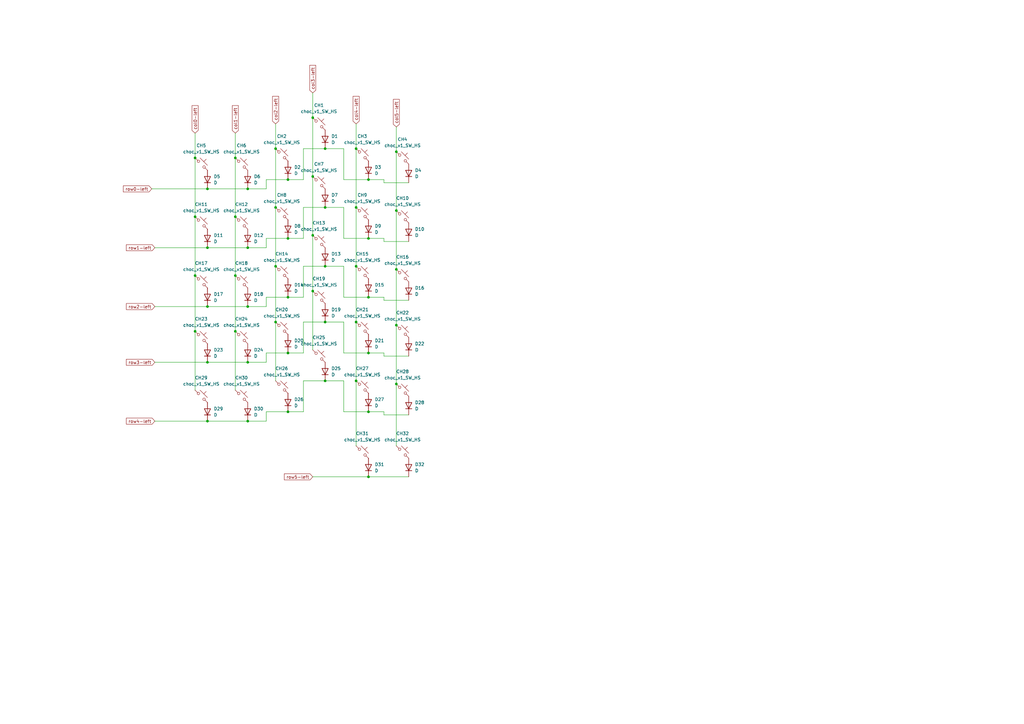
<source format=kicad_sch>
(kicad_sch (version 20231120) (generator "eeschema") (generator_version "8.0")
  (paper "A3")
  (lib_symbols
    (symbol "Device:D" (pin_numbers hide) (pin_names (offset 1.016) hide)
      (property "Reference" "D" (at 0 2.54 0))
      (property "Value" "D" (at 0 -2.54 0))
      (symbol "D_0_1"
        (polyline (pts (xy -1.27 1.27) (xy -1.27 -1.27)) (stroke (width 0.254)))
        (polyline (pts (xy 1.27 0) (xy -1.27 0)))
        (polyline (pts (xy 1.27 1.27) (xy 1.27 -1.27) (xy -1.27 0) (xy 1.27 1.27)) (stroke (width 0.254)))
      )
      (symbol "D_1_1"
        (pin passive line (at -3.81 0 0) (length 2.54) (name "K") (number "1"))
        (pin passive line (at 3.81 0 180) (length 2.54) (name "A") (number "2"))
      )
    )
    (symbol "PCM_marbastlib-choc:choc_v1_SW_HS_CPG135001S30" (pin_numbers hide) (pin_names (offset 1.016) hide)
      (property "Reference" "CH" (at 3.048 1.016 0))
      (property "Value" "choc_v1_SW_HS" (at 0 -3.81 0))
      (symbol "choc_v1_SW_HS_CPG135001S30_0_1"
        (circle (center -1.1684 1.1684) (radius 0.508))
        (polyline (pts (xy -0.508 2.54) (xy 2.54 -0.508)))
        (polyline (pts (xy 1.016 1.016) (xy 2.032 2.032)))
        (polyline (pts (xy -2.54 2.54) (xy -1.524 1.524) (xy -1.524 1.524)))
        (polyline (pts (xy 1.524 -1.524) (xy 2.54 -2.54) (xy 2.54 -2.54) (xy 2.54 -2.54)))
        (circle (center 1.143 -1.1938) (radius 0.508))
        (pin passive line (at -2.54 2.54 0) (length 0) (name "1") (number "1"))
        (pin passive line (at 2.54 -2.54 180) (length 0) (name "2") (number "2"))
      )
    )
  )
  (junction (at 85.09 172.72))
  (junction (at 85.09 148.59))
  (junction (at 118.11 121.92))
  (junction (at 96.52 113.03))
  (junction (at 146.05 132.08))
  (junction (at 133.35 109.22))
  (junction (at 118.11 168.91))
  (junction (at 101.6 125.73))
  (junction (at 128.27 96.52))
  (junction (at 151.13 73.66))
  (junction (at 118.11 144.78))
  (junction (at 85.09 101.6))
  (junction (at 96.52 64.77))
  (junction (at 96.52 88.9))
  (junction (at 85.09 77.47))
  (junction (at 101.6 148.59))
  (junction (at 101.6 77.47))
  (junction (at 85.09 125.73))
  (junction (at 113.03 109.22))
  (junction (at 162.56 157.48))
  (junction (at 133.35 132.08))
  (junction (at 128.27 119.38))
  (junction (at 80.01 113.03))
  (junction (at 101.6 172.72))
  (junction (at 133.35 156.21))
  (junction (at 146.05 109.22))
  (junction (at 162.56 133.35))
  (junction (at 162.56 86.36))
  (junction (at 151.13 195.58))
  (junction (at 151.13 121.92))
  (junction (at 133.35 60.96))
  (junction (at 128.27 48.26))
  (junction (at 80.01 64.77))
  (junction (at 146.05 60.96))
  (junction (at 80.01 135.89))
  (junction (at 113.03 132.08))
  (junction (at 96.52 135.89))
  (junction (at 151.13 168.91))
  (junction (at 162.56 110.49))
  (junction (at 118.11 97.79))
  (junction (at 146.05 156.21))
  (junction (at 101.6 101.6))
  (junction (at 80.01 88.9))
  (junction (at 146.05 85.09))
  (junction (at 151.13 97.79))
  (junction (at 118.11 73.66))
  (junction (at 162.56 62.23))
  (junction (at 113.03 60.96))
  (junction (at 113.03 85.09))
  (junction (at 151.13 144.78))
  (junction (at 128.27 72.39))
  (junction (at 133.35 85.09))
  (wire (pts (xy 162.56 110.49) (xy 162.56 133.35)))
  (wire (pts (xy 109.22 148.59) (xy 109.22 144.78)))
  (wire (pts (xy 124.46 156.21) (xy 133.35 156.21)))
  (wire (pts (xy 109.22 73.66) (xy 118.11 73.66)))
  (wire (pts (xy 109.22 101.6) (xy 109.22 97.79)))
  (wire (pts (xy 151.13 121.92) (xy 157.48 121.92)))
  (wire (pts (xy 133.35 156.21) (xy 140.97 156.21)))
  (wire (pts (xy 133.35 109.22) (xy 140.97 109.22)))
  (wire (pts (xy 124.46 97.79) (xy 124.46 85.09)))
  (wire (pts (xy 101.6 101.6) (xy 109.22 101.6)))
  (wire (pts (xy 157.48 121.92) (xy 157.48 123.19)))
  (wire (pts (xy 128.27 119.38) (xy 128.27 143.51)))
  (wire (pts (xy 157.48 99.06) (xy 167.64 99.06)))
  (wire (pts (xy 109.22 97.79) (xy 118.11 97.79)))
  (wire (pts (xy 124.46 73.66) (xy 124.46 60.96)))
  (wire (pts (xy 80.01 54.61) (xy 80.01 64.77)))
  (wire (pts (xy 140.97 73.66) (xy 151.13 73.66)))
  (wire (pts (xy 109.22 125.73) (xy 109.22 121.92)))
  (wire (pts (xy 124.46 85.09) (xy 133.35 85.09)))
  (wire (pts (xy 162.56 157.48) (xy 162.56 182.88)))
  (wire (pts (xy 146.05 85.09) (xy 146.05 109.22)))
  (wire (pts (xy 101.6 172.72) (xy 109.22 172.72)))
  (wire (pts (xy 140.97 144.78) (xy 151.13 144.78)))
  (wire (pts (xy 80.01 64.77) (xy 80.01 88.9)))
  (wire (pts (xy 162.56 52.07) (xy 162.56 62.23)))
  (wire (pts (xy 157.48 73.66) (xy 157.48 74.93)))
  (wire (pts (xy 118.11 168.91) (xy 124.46 168.91)))
  (wire (pts (xy 113.03 85.09) (xy 113.03 109.22)))
  (wire (pts (xy 96.52 54.61) (xy 96.52 64.77)))
  (wire (pts (xy 124.46 144.78) (xy 124.46 132.08)))
  (wire (pts (xy 85.09 77.47) (xy 101.6 77.47)))
  (wire (pts (xy 80.01 113.03) (xy 80.01 135.89)))
  (wire (pts (xy 146.05 60.96) (xy 146.05 85.09)))
  (wire (pts (xy 124.46 168.91) (xy 124.46 156.21)))
  (wire (pts (xy 140.97 132.08) (xy 140.97 144.78)))
  (wire (pts (xy 151.13 144.78) (xy 157.48 144.78)))
  (wire (pts (xy 162.56 133.35) (xy 162.56 157.48)))
  (wire (pts (xy 118.11 73.66) (xy 124.46 73.66)))
  (wire (pts (xy 162.56 62.23) (xy 162.56 86.36)))
  (wire (pts (xy 157.48 97.79) (xy 157.48 99.06)))
  (wire (pts (xy 118.11 97.79) (xy 124.46 97.79)))
  (wire (pts (xy 128.27 48.26) (xy 128.27 72.39)))
  (wire (pts (xy 157.48 170.18) (xy 167.64 170.18)))
  (wire (pts (xy 109.22 172.72) (xy 109.22 168.91)))
  (wire (pts (xy 109.22 121.92) (xy 118.11 121.92)))
  (wire (pts (xy 124.46 132.08) (xy 133.35 132.08)))
  (wire (pts (xy 133.35 85.09) (xy 140.97 85.09)))
  (wire (pts (xy 146.05 109.22) (xy 146.05 132.08)))
  (wire (pts (xy 109.22 168.91) (xy 118.11 168.91)))
  (wire (pts (xy 63.5 101.6) (xy 85.09 101.6)))
  (wire (pts (xy 157.48 144.78) (xy 157.48 146.05)))
  (wire (pts (xy 85.09 148.59) (xy 101.6 148.59)))
  (wire (pts (xy 96.52 64.77) (xy 96.52 88.9)))
  (wire (pts (xy 113.03 109.22) (xy 113.03 132.08)))
  (wire (pts (xy 151.13 73.66) (xy 157.48 73.66)))
  (wire (pts (xy 63.5 125.73) (xy 85.09 125.73)))
  (wire (pts (xy 151.13 168.91) (xy 157.48 168.91)))
  (wire (pts (xy 109.22 144.78) (xy 118.11 144.78)))
  (wire (pts (xy 140.97 168.91) (xy 151.13 168.91)))
  (wire (pts (xy 96.52 113.03) (xy 96.52 135.89)))
  (wire (pts (xy 85.09 125.73) (xy 101.6 125.73)))
  (wire (pts (xy 62.23 77.47) (xy 85.09 77.47)))
  (wire (pts (xy 128.27 38.1) (xy 128.27 48.26)))
  (wire (pts (xy 151.13 195.58) (xy 167.64 195.58)))
  (wire (pts (xy 128.27 96.52) (xy 128.27 119.38)))
  (wire (pts (xy 118.11 121.92) (xy 124.46 121.92)))
  (wire (pts (xy 133.35 132.08) (xy 140.97 132.08)))
  (wire (pts (xy 157.48 168.91) (xy 157.48 170.18)))
  (wire (pts (xy 113.03 132.08) (xy 113.03 156.21)))
  (wire (pts (xy 128.27 72.39) (xy 128.27 96.52)))
  (wire (pts (xy 140.97 156.21) (xy 140.97 168.91)))
  (wire (pts (xy 63.5 172.72) (xy 85.09 172.72)))
  (wire (pts (xy 128.27 195.58) (xy 151.13 195.58)))
  (wire (pts (xy 124.46 109.22) (xy 133.35 109.22)))
  (wire (pts (xy 101.6 148.59) (xy 109.22 148.59)))
  (wire (pts (xy 157.48 123.19) (xy 167.64 123.19)))
  (wire (pts (xy 96.52 135.89) (xy 96.52 160.02)))
  (wire (pts (xy 133.35 60.96) (xy 140.97 60.96)))
  (wire (pts (xy 151.13 97.79) (xy 157.48 97.79)))
  (wire (pts (xy 124.46 60.96) (xy 133.35 60.96)))
  (wire (pts (xy 96.52 88.9) (xy 96.52 113.03)))
  (wire (pts (xy 118.11 144.78) (xy 124.46 144.78)))
  (wire (pts (xy 113.03 60.96) (xy 113.03 85.09)))
  (wire (pts (xy 80.01 135.89) (xy 80.01 160.02)))
  (wire (pts (xy 109.22 77.47) (xy 109.22 73.66)))
  (wire (pts (xy 124.46 121.92) (xy 124.46 109.22)))
  (wire (pts (xy 162.56 86.36) (xy 162.56 110.49)))
  (wire (pts (xy 140.97 97.79) (xy 151.13 97.79)))
  (wire (pts (xy 146.05 132.08) (xy 146.05 156.21)))
  (wire (pts (xy 140.97 85.09) (xy 140.97 97.79)))
  (wire (pts (xy 80.01 88.9) (xy 80.01 113.03)))
  (wire (pts (xy 146.05 156.21) (xy 146.05 182.88)))
  (wire (pts (xy 101.6 77.47) (xy 109.22 77.47)))
  (wire (pts (xy 101.6 125.73) (xy 109.22 125.73)))
  (wire (pts (xy 157.48 74.93) (xy 167.64 74.93)))
  (wire (pts (xy 63.5 148.59) (xy 85.09 148.59)))
  (wire (pts (xy 140.97 109.22) (xy 140.97 121.92)))
  (wire (pts (xy 146.05 50.8) (xy 146.05 60.96)))
  (wire (pts (xy 140.97 121.92) (xy 151.13 121.92)))
  (wire (pts (xy 113.03 50.8) (xy 113.03 60.96)))
  (wire (pts (xy 157.48 146.05) (xy 167.64 146.05)))
  (wire (pts (xy 85.09 172.72) (xy 101.6 172.72)))
  (wire (pts (xy 85.09 101.6) (xy 101.6 101.6)))
  (wire (pts (xy 140.97 60.96) (xy 140.97 73.66)))
  (global_label "col2-left" (shape input) (at 113.03 50.8 90) (property "Intersheetrefs" "${INTERSHEET_REFS}" (effects (hide yes))))
  (global_label "col3-left" (shape input) (at 128.27 38.1 90) (property "Intersheetrefs" "${INTERSHEET_REFS}" (effects (hide yes))))
  (global_label "row0-left" (shape input) (at 62.23 77.47 180) (property "Intersheetrefs" "${INTERSHEET_REFS}" (effects (hide yes))))
  (global_label "row5-left" (shape input) (at 128.27 195.58 180) (property "Intersheetrefs" "${INTERSHEET_REFS}" (effects (hide yes))))
  (global_label "col1-left" (shape input) (at 96.52 54.61 90) (property "Intersheetrefs" "${INTERSHEET_REFS}" (effects (hide yes))))
  (global_label "row2-left" (shape input) (at 63.5 125.73 180) (property "Intersheetrefs" "${INTERSHEET_REFS}" (effects (hide yes))))
  (global_label "col4-left" (shape input) (at 146.05 50.8 90) (property "Intersheetrefs" "${INTERSHEET_REFS}" (effects (hide yes))))
  (global_label "col5-left" (shape input) (at 162.56 52.07 90) (property "Intersheetrefs" "${INTERSHEET_REFS}" (effects (hide yes))))
  (global_label "col0-left" (shape input) (at 80.01 54.61 90) (property "Intersheetrefs" "${INTERSHEET_REFS}" (effects (hide yes))))
  (global_label "row1-left" (shape input) (at 63.5 101.6 180) (property "Intersheetrefs" "${INTERSHEET_REFS}" (effects (hide yes))))
  (global_label "row4-left" (shape input) (at 63.5 172.72 180) (property "Intersheetrefs" "${INTERSHEET_REFS}" (effects (hide yes))))
  (global_label "row3-left" (shape input) (at 63.5 148.59 180) (property "Intersheetrefs" "${INTERSHEET_REFS}" (effects (hide yes))))
  (symbol (lib_id "PCM_marbastlib-choc:choc_v1_SW_HS_CPG135001S30") (at 165.1 64.77 0) (unit 1)
    (property "Reference" "CH4" (at 165.1 57.15 0))
    (property "Value" "choc_v1_SW_HS" (at 165.1 59.69 0))
    (property "Footprint" "PCM_marbastlib-choc:SW_choc_v1_HS_CPG135001S30_1u" (effects (hide yes)))
    (property "Description" "Push button switch, normally open, two pins, 45° tilted" (effects (hide yes)))
  )
  (symbol (lib_id "PCM_marbastlib-choc:choc_v1_SW_HS_CPG135001S30") (at 165.1 185.42 0) (unit 1)
    (property "Reference" "CH32" (at 165.1 177.8 0))
    (property "Value" "choc_v1_SW_HS" (at 165.1 180.34 0))
    (property "Footprint" "PCM_marbastlib-choc:SW_choc_v1_HS_CPG135001S30_1.75u" (effects (hide yes)))
    (property "Description" "Push button switch, normally open, two pins, 45° tilted" (effects (hide yes)))
  )
  (symbol (lib_id "Device:D") (at 118.11 140.97 90) (unit 1)
    (property "Reference" "D20" (at 120.65 139.6999 90) (effects (justify right)))
    (property "Value" "D" (at 120.65 142.2399 90) (effects (justify right)))
    (property "Footprint" "Diode_SMD:D_SOD-123" (effects (hide yes)))
    (property "Description" "Diode" (effects (hide yes)))
    (property "Sim.Device" "D" (effects (hide yes)))
    (property "Sim.Pins" "1=K 2=A" (effects (hide yes)))
  )
  (symbol (lib_id "Device:D") (at 151.13 93.98 90) (unit 1)
    (property "Reference" "D9" (at 153.67 92.7099 90) (effects (justify right)))
    (property "Value" "D" (at 153.67 95.2499 90) (effects (justify right)))
    (property "Footprint" "Diode_SMD:D_SOD-123" (effects (hide yes)))
    (property "Description" "Diode" (effects (hide yes)))
    (property "Sim.Device" "D" (effects (hide yes)))
    (property "Sim.Pins" "1=K 2=A" (effects (hide yes)))
  )
  (symbol (lib_id "PCM_marbastlib-choc:choc_v1_SW_HS_CPG135001S30") (at 130.81 74.93 0) (unit 1)
    (property "Reference" "CH7" (at 130.81 67.31 0))
    (property "Value" "choc_v1_SW_HS" (at 130.81 69.85 0))
    (property "Footprint" "PCM_marbastlib-choc:SW_choc_v1_HS_CPG135001S30_1u" (effects (hide yes)))
    (property "Description" "Push button switch, normally open, two pins, 45° tilted" (effects (hide yes)))
  )
  (symbol (lib_id "Device:D") (at 85.09 121.92 90) (unit 1)
    (property "Reference" "D17" (at 87.63 120.6499 90) (effects (justify right)))
    (property "Value" "D" (at 87.63 123.1899 90) (effects (justify right)))
    (property "Footprint" "Diode_SMD:D_SOD-123" (effects (hide yes)))
    (property "Description" "Diode" (effects (hide yes)))
    (property "Sim.Device" "D" (effects (hide yes)))
    (property "Sim.Pins" "1=K 2=A" (effects (hide yes)))
  )
  (symbol (lib_id "PCM_marbastlib-choc:choc_v1_SW_HS_CPG135001S30") (at 99.06 162.56 0) (unit 1)
    (property "Reference" "CH30" (at 99.06 154.94 0))
    (property "Value" "choc_v1_SW_HS" (at 99.06 157.48 0))
    (property "Footprint" "PCM_marbastlib-choc:SW_choc_v1_HS_CPG135001S30_1u" (effects (hide yes)))
    (property "Description" "Push button switch, normally open, two pins, 45° tilted" (effects (hide yes)))
  )
  (symbol (lib_id "PCM_marbastlib-choc:choc_v1_SW_HS_CPG135001S30") (at 99.06 91.44 0) (unit 1)
    (property "Reference" "CH12" (at 99.06 83.82 0))
    (property "Value" "choc_v1_SW_HS" (at 99.06 86.36 0))
    (property "Footprint" "PCM_marbastlib-choc:SW_choc_v1_HS_CPG135001S30_1u" (effects (hide yes)))
    (property "Description" "Push button switch, normally open, two pins, 45° tilted" (effects (hide yes)))
  )
  (symbol (lib_id "Device:D") (at 101.6 144.78 90) (unit 1)
    (property "Reference" "D24" (at 104.14 143.5099 90) (effects (justify right)))
    (property "Value" "D" (at 104.14 146.0499 90) (effects (justify right)))
    (property "Footprint" "Diode_SMD:D_SOD-123" (effects (hide yes)))
    (property "Description" "Diode" (effects (hide yes)))
    (property "Sim.Device" "D" (effects (hide yes)))
    (property "Sim.Pins" "1=K 2=A" (effects (hide yes)))
  )
  (symbol (lib_id "PCM_marbastlib-choc:choc_v1_SW_HS_CPG135001S30") (at 165.1 160.02 0) (unit 1)
    (property "Reference" "CH28" (at 165.1 152.4 0))
    (property "Value" "choc_v1_SW_HS" (at 165.1 154.94 0))
    (property "Footprint" "PCM_marbastlib-choc:SW_choc_v1_HS_CPG135001S30_1u" (effects (hide yes)))
    (property "Description" "Push button switch, normally open, two pins, 45° tilted" (effects (hide yes)))
  )
  (symbol (lib_id "Device:D") (at 167.64 166.37 90) (unit 1)
    (property "Reference" "D28" (at 170.18 165.0999 90) (effects (justify right)))
    (property "Value" "D" (at 170.18 167.6399 90) (effects (justify right)))
    (property "Footprint" "Diode_SMD:D_SOD-123" (effects (hide yes)))
    (property "Description" "Diode" (effects (hide yes)))
    (property "Sim.Device" "D" (effects (hide yes)))
    (property "Sim.Pins" "1=K 2=A" (effects (hide yes)))
  )
  (symbol (lib_id "PCM_marbastlib-choc:choc_v1_SW_HS_CPG135001S30") (at 130.81 50.8 0) (unit 1)
    (property "Reference" "CH1" (at 130.81 43.18 0))
    (property "Value" "choc_v1_SW_HS" (at 130.81 45.72 0))
    (property "Footprint" "PCM_marbastlib-choc:SW_choc_v1_HS_CPG135001S30_1u" (effects (hide yes)))
    (property "Description" "Push button switch, normally open, two pins, 45° tilted" (effects (hide yes)))
  )
  (symbol (lib_id "PCM_marbastlib-choc:choc_v1_SW_HS_CPG135001S30") (at 148.59 158.75 0) (unit 1)
    (property "Reference" "CH27" (at 148.59 151.13 0))
    (property "Value" "choc_v1_SW_HS" (at 148.59 153.67 0))
    (property "Footprint" "PCM_marbastlib-choc:SW_choc_v1_HS_CPG135001S30_1u" (effects (hide yes)))
    (property "Description" "Push button switch, normally open, two pins, 45° tilted" (effects (hide yes)))
  )
  (symbol (lib_id "PCM_marbastlib-choc:choc_v1_SW_HS_CPG135001S30") (at 148.59 134.62 0) (unit 1)
    (property "Reference" "CH21" (at 148.59 127 0))
    (property "Value" "choc_v1_SW_HS" (at 148.59 129.54 0))
    (property "Footprint" "PCM_marbastlib-choc:SW_choc_v1_HS_CPG135001S30_1u" (effects (hide yes)))
    (property "Description" "Push button switch, normally open, two pins, 45° tilted" (effects (hide yes)))
  )
  (symbol (lib_id "Device:D") (at 167.64 119.38 90) (unit 1)
    (property "Reference" "D16" (at 170.18 118.1099 90) (effects (justify right)))
    (property "Value" "D" (at 170.18 120.6499 90) (effects (justify right)))
    (property "Footprint" "Diode_SMD:D_SOD-123" (effects (hide yes)))
    (property "Description" "Diode" (effects (hide yes)))
    (property "Sim.Device" "D" (effects (hide yes)))
    (property "Sim.Pins" "1=K 2=A" (effects (hide yes)))
  )
  (symbol (lib_id "PCM_marbastlib-choc:choc_v1_SW_HS_CPG135001S30") (at 130.81 99.06 0) (unit 1)
    (property "Reference" "CH13" (at 130.81 91.44 0))
    (property "Value" "choc_v1_SW_HS" (at 130.81 93.98 0))
    (property "Footprint" "PCM_marbastlib-choc:SW_choc_v1_HS_CPG135001S30_1u" (effects (hide yes)))
    (property "Description" "Push button switch, normally open, two pins, 45° tilted" (effects (hide yes)))
  )
  (symbol (lib_id "Device:D") (at 167.64 191.77 90) (unit 1)
    (property "Reference" "D32" (at 170.18 190.4999 90) (effects (justify right)))
    (property "Value" "D" (at 170.18 193.0399 90) (effects (justify right)))
    (property "Footprint" "Diode_SMD:D_SOD-123" (effects (hide yes)))
    (property "Description" "Diode" (effects (hide yes)))
    (property "Sim.Device" "D" (effects (hide yes)))
    (property "Sim.Pins" "1=K 2=A" (effects (hide yes)))
  )
  (symbol (lib_id "Device:D") (at 167.64 95.25 90) (unit 1)
    (property "Reference" "D10" (at 170.18 93.9799 90) (effects (justify right)))
    (property "Value" "D" (at 170.18 96.5199 90) (effects (justify right)))
    (property "Footprint" "Diode_SMD:D_SOD-123" (effects (hide yes)))
    (property "Description" "Diode" (effects (hide yes)))
    (property "Sim.Device" "D" (effects (hide yes)))
    (property "Sim.Pins" "1=K 2=A" (effects (hide yes)))
  )
  (symbol (lib_id "Device:D") (at 118.11 118.11 90) (unit 1)
    (property "Reference" "D14" (at 120.65 116.8399 90) (effects (justify right)))
    (property "Value" "D" (at 120.65 119.3799 90) (effects (justify right)))
    (property "Footprint" "Diode_SMD:D_SOD-123" (effects (hide yes)))
    (property "Description" "Diode" (effects (hide yes)))
    (property "Sim.Device" "D" (effects (hide yes)))
    (property "Sim.Pins" "1=K 2=A" (effects (hide yes)))
  )
  (symbol (lib_id "Device:D") (at 133.35 152.4 90) (unit 1)
    (property "Reference" "D25" (at 135.89 151.1299 90) (effects (justify right)))
    (property "Value" "D" (at 135.89 153.6699 90) (effects (justify right)))
    (property "Footprint" "Diode_SMD:D_SOD-123" (effects (hide yes)))
    (property "Description" "Diode" (effects (hide yes)))
    (property "Sim.Device" "D" (effects (hide yes)))
    (property "Sim.Pins" "1=K 2=A" (effects (hide yes)))
  )
  (symbol (lib_id "Device:D") (at 85.09 168.91 90) (unit 1)
    (property "Reference" "D29" (at 87.63 167.6399 90) (effects (justify right)))
    (property "Value" "D" (at 87.63 170.1799 90) (effects (justify right)))
    (property "Footprint" "Diode_SMD:D_SOD-123" (effects (hide yes)))
    (property "Description" "Diode" (effects (hide yes)))
    (property "Sim.Device" "D" (effects (hide yes)))
    (property "Sim.Pins" "1=K 2=A" (effects (hide yes)))
  )
  (symbol (lib_id "Device:D") (at 167.64 71.12 90) (unit 1)
    (property "Reference" "D4" (at 170.18 69.8499 90) (effects (justify right)))
    (property "Value" "D" (at 170.18 72.3899 90) (effects (justify right)))
    (property "Footprint" "Diode_SMD:D_SOD-123" (effects (hide yes)))
    (property "Description" "Diode" (effects (hide yes)))
    (property "Sim.Device" "D" (effects (hide yes)))
    (property "Sim.Pins" "1=K 2=A" (effects (hide yes)))
  )
  (symbol (lib_id "Device:D") (at 118.11 69.85 90) (unit 1)
    (property "Reference" "D2" (at 120.65 68.5799 90) (effects (justify right)))
    (property "Value" "D" (at 120.65 71.1199 90) (effects (justify right)))
    (property "Footprint" "Diode_SMD:D_SOD-123" (effects (hide yes)))
    (property "Description" "Diode" (effects (hide yes)))
    (property "Sim.Device" "D" (effects (hide yes)))
    (property "Sim.Pins" "1=K 2=A" (effects (hide yes)))
  )
  (symbol (lib_id "PCM_marbastlib-choc:choc_v1_SW_HS_CPG135001S30") (at 148.59 111.76 0) (unit 1)
    (property "Reference" "CH15" (at 148.59 104.14 0))
    (property "Value" "choc_v1_SW_HS" (at 148.59 106.68 0))
    (property "Footprint" "PCM_marbastlib-choc:SW_choc_v1_HS_CPG135001S30_1u" (effects (hide yes)))
    (property "Description" "Push button switch, normally open, two pins, 45° tilted" (effects (hide yes)))
  )
  (symbol (lib_id "PCM_marbastlib-choc:choc_v1_SW_HS_CPG135001S30") (at 99.06 138.43 0) (unit 1)
    (property "Reference" "CH24" (at 99.06 130.81 0))
    (property "Value" "choc_v1_SW_HS" (at 99.06 133.35 0))
    (property "Footprint" "PCM_marbastlib-choc:SW_choc_v1_HS_CPG135001S30_1u" (effects (hide yes)))
    (property "Description" "Push button switch, normally open, two pins, 45° tilted" (effects (hide yes)))
  )
  (symbol (lib_id "PCM_marbastlib-choc:choc_v1_SW_HS_CPG135001S30") (at 115.57 111.76 0) (unit 1)
    (property "Reference" "CH14" (at 115.57 104.14 0))
    (property "Value" "choc_v1_SW_HS" (at 115.57 106.68 0))
    (property "Footprint" "PCM_marbastlib-choc:SW_choc_v1_HS_CPG135001S30_1u" (effects (hide yes)))
    (property "Description" "Push button switch, normally open, two pins, 45° tilted" (effects (hide yes)))
  )
  (symbol (lib_id "PCM_marbastlib-choc:choc_v1_SW_HS_CPG135001S30") (at 82.55 115.57 0) (unit 1)
    (property "Reference" "CH17" (at 82.55 107.95 0))
    (property "Value" "choc_v1_SW_HS" (at 82.55 110.49 0))
    (property "Footprint" "PCM_marbastlib-choc:SW_choc_v1_HS_CPG135001S30_1u" (effects (hide yes)))
    (property "Description" "Push button switch, normally open, two pins, 45° tilted" (effects (hide yes)))
  )
  (symbol (lib_id "Device:D") (at 101.6 73.66 90) (unit 1)
    (property "Reference" "D6" (at 104.14 72.3899 90) (effects (justify right)))
    (property "Value" "D" (at 104.14 74.9299 90) (effects (justify right)))
    (property "Footprint" "Diode_SMD:D_SOD-123" (effects (hide yes)))
    (property "Description" "Diode" (effects (hide yes)))
    (property "Sim.Device" "D" (effects (hide yes)))
    (property "Sim.Pins" "1=K 2=A" (effects (hide yes)))
  )
  (symbol (lib_id "PCM_marbastlib-choc:choc_v1_SW_HS_CPG135001S30") (at 99.06 67.31 0) (unit 1)
    (property "Reference" "CH6" (at 99.06 59.69 0))
    (property "Value" "choc_v1_SW_HS" (at 99.06 62.23 0))
    (property "Footprint" "PCM_marbastlib-choc:SW_choc_v1_HS_CPG135001S30_1u" (effects (hide yes)))
    (property "Description" "Push button switch, normally open, two pins, 45° tilted" (effects (hide yes)))
  )
  (symbol (lib_id "PCM_marbastlib-choc:choc_v1_SW_HS_CPG135001S30") (at 165.1 135.89 0) (unit 1)
    (property "Reference" "CH22" (at 165.1 128.27 0))
    (property "Value" "choc_v1_SW_HS" (at 165.1 130.81 0))
    (property "Footprint" "PCM_marbastlib-choc:SW_choc_v1_HS_CPG135001S30_1u" (effects (hide yes)))
    (property "Description" "Push button switch, normally open, two pins, 45° tilted" (effects (hide yes)))
  )
  (symbol (lib_id "PCM_marbastlib-choc:choc_v1_SW_HS_CPG135001S30") (at 148.59 87.63 0) (unit 1)
    (property "Reference" "CH9" (at 148.59 80.01 0))
    (property "Value" "choc_v1_SW_HS" (at 148.59 82.55 0))
    (property "Footprint" "PCM_marbastlib-choc:SW_choc_v1_HS_CPG135001S30_1u" (effects (hide yes)))
    (property "Description" "Push button switch, normally open, two pins, 45° tilted" (effects (hide yes)))
  )
  (symbol (lib_id "Device:D") (at 101.6 97.79 90) (unit 1)
    (property "Reference" "D12" (at 104.14 96.5199 90) (effects (justify right)))
    (property "Value" "D" (at 104.14 99.0599 90) (effects (justify right)))
    (property "Footprint" "Diode_SMD:D_SOD-123" (effects (hide yes)))
    (property "Description" "Diode" (effects (hide yes)))
    (property "Sim.Device" "D" (effects (hide yes)))
    (property "Sim.Pins" "1=K 2=A" (effects (hide yes)))
  )
  (symbol (lib_id "Device:D") (at 151.13 118.11 90) (unit 1)
    (property "Reference" "D15" (at 153.67 116.8399 90) (effects (justify right)))
    (property "Value" "D" (at 153.67 119.3799 90) (effects (justify right)))
    (property "Footprint" "Diode_SMD:D_SOD-123" (effects (hide yes)))
    (property "Description" "Diode" (effects (hide yes)))
    (property "Sim.Device" "D" (effects (hide yes)))
    (property "Sim.Pins" "1=K 2=A" (effects (hide yes)))
  )
  (symbol (lib_id "Device:D") (at 118.11 93.98 90) (unit 1)
    (property "Reference" "D8" (at 120.65 92.7099 90) (effects (justify right)))
    (property "Value" "D" (at 120.65 95.2499 90) (effects (justify right)))
    (property "Footprint" "Diode_SMD:D_SOD-123" (effects (hide yes)))
    (property "Description" "Diode" (effects (hide yes)))
    (property "Sim.Device" "D" (effects (hide yes)))
    (property "Sim.Pins" "1=K 2=A" (effects (hide yes)))
  )
  (symbol (lib_id "PCM_marbastlib-choc:choc_v1_SW_HS_CPG135001S30") (at 82.55 162.56 0) (unit 1)
    (property "Reference" "CH29" (at 82.55 154.94 0))
    (property "Value" "choc_v1_SW_HS" (at 82.55 157.48 0))
    (property "Footprint" "PCM_marbastlib-choc:SW_choc_v1_HS_CPG135001S30_1u" (effects (hide yes)))
    (property "Description" "Push button switch, normally open, two pins, 45° tilted" (effects (hide yes)))
  )
  (symbol (lib_id "Device:D") (at 118.11 165.1 90) (unit 1)
    (property "Reference" "D26" (at 120.65 163.8299 90) (effects (justify right)))
    (property "Value" "D" (at 120.65 166.3699 90) (effects (justify right)))
    (property "Footprint" "Diode_SMD:D_SOD-123" (effects (hide yes)))
    (property "Description" "Diode" (effects (hide yes)))
    (property "Sim.Device" "D" (effects (hide yes)))
    (property "Sim.Pins" "1=K 2=A" (effects (hide yes)))
  )
  (symbol (lib_id "Device:D") (at 85.09 97.79 90) (unit 1)
    (property "Reference" "D11" (at 87.63 96.5199 90) (effects (justify right)))
    (property "Value" "D" (at 87.63 99.0599 90) (effects (justify right)))
    (property "Footprint" "Diode_SMD:D_SOD-123" (effects (hide yes)))
    (property "Description" "Diode" (effects (hide yes)))
    (property "Sim.Device" "D" (effects (hide yes)))
    (property "Sim.Pins" "1=K 2=A" (effects (hide yes)))
  )
  (symbol (lib_id "Device:D") (at 85.09 73.66 90) (unit 1)
    (property "Reference" "D5" (at 87.63 72.3899 90) (effects (justify right)))
    (property "Value" "D" (at 87.63 74.9299 90) (effects (justify right)))
    (property "Footprint" "Diode_SMD:D_SOD-123" (effects (hide yes)))
    (property "Description" "Diode" (effects (hide yes)))
    (property "Sim.Device" "D" (effects (hide yes)))
    (property "Sim.Pins" "1=K 2=A" (effects (hide yes)))
  )
  (symbol (lib_id "PCM_marbastlib-choc:choc_v1_SW_HS_CPG135001S30") (at 130.81 146.05 0) (unit 1)
    (property "Reference" "CH25" (at 130.81 138.43 0))
    (property "Value" "choc_v1_SW_HS" (at 130.81 140.97 0))
    (property "Footprint" "PCM_marbastlib-choc:SW_choc_v1_HS_CPG135001S30_1u" (effects (hide yes)))
    (property "Description" "Push button switch, normally open, two pins, 45° tilted" (effects (hide yes)))
  )
  (symbol (lib_id "PCM_marbastlib-choc:choc_v1_SW_HS_CPG135001S30") (at 130.81 121.92 0) (unit 1)
    (property "Reference" "CH19" (at 130.81 114.3 0))
    (property "Value" "choc_v1_SW_HS" (at 130.81 116.84 0))
    (property "Footprint" "PCM_marbastlib-choc:SW_choc_v1_HS_CPG135001S30_1u" (effects (hide yes)))
    (property "Description" "Push button switch, normally open, two pins, 45° tilted" (effects (hide yes)))
  )
  (symbol (lib_id "Device:D") (at 85.09 144.78 90) (unit 1)
    (property "Reference" "D23" (at 87.63 143.5099 90) (effects (justify right)))
    (property "Value" "D" (at 87.63 146.0499 90) (effects (justify right)))
    (property "Footprint" "Diode_SMD:D_SOD-123" (effects (hide yes)))
    (property "Description" "Diode" (effects (hide yes)))
    (property "Sim.Device" "D" (effects (hide yes)))
    (property "Sim.Pins" "1=K 2=A" (effects (hide yes)))
  )
  (symbol (lib_id "Device:D") (at 167.64 142.24 90) (unit 1)
    (property "Reference" "D22" (at 170.18 140.9699 90) (effects (justify right)))
    (property "Value" "D" (at 170.18 143.5099 90) (effects (justify right)))
    (property "Footprint" "Diode_SMD:D_SOD-123" (effects (hide yes)))
    (property "Description" "Diode" (effects (hide yes)))
    (property "Sim.Device" "D" (effects (hide yes)))
    (property "Sim.Pins" "1=K 2=A" (effects (hide yes)))
  )
  (symbol (lib_id "PCM_marbastlib-choc:choc_v1_SW_HS_CPG135001S30") (at 99.06 115.57 0) (unit 1)
    (property "Reference" "CH18" (at 99.06 107.95 0))
    (property "Value" "choc_v1_SW_HS" (at 99.06 110.49 0))
    (property "Footprint" "PCM_marbastlib-choc:SW_choc_v1_HS_CPG135001S30_1u" (effects (hide yes)))
    (property "Description" "Push button switch, normally open, two pins, 45° tilted" (effects (hide yes)))
  )
  (symbol (lib_id "PCM_marbastlib-choc:choc_v1_SW_HS_CPG135001S30") (at 148.59 185.42 0) (unit 1)
    (property "Reference" "CH31" (at 148.59 177.8 0))
    (property "Value" "choc_v1_SW_HS" (at 148.59 180.34 0))
    (property "Footprint" "PCM_marbastlib-choc:SW_choc_v1_HS_CPG135001S30_1.25u" (effects (hide yes)))
    (property "Description" "Push button switch, normally open, two pins, 45° tilted" (effects (hide yes)))
  )
  (symbol (lib_id "Device:D") (at 151.13 69.85 90) (unit 1)
    (property "Reference" "D3" (at 153.67 68.5799 90) (effects (justify right)))
    (property "Value" "D" (at 153.67 71.1199 90) (effects (justify right)))
    (property "Footprint" "Diode_SMD:D_SOD-123" (effects (hide yes)))
    (property "Description" "Diode" (effects (hide yes)))
    (property "Sim.Device" "D" (effects (hide yes)))
    (property "Sim.Pins" "1=K 2=A" (effects (hide yes)))
  )
  (symbol (lib_id "PCM_marbastlib-choc:choc_v1_SW_HS_CPG135001S30") (at 115.57 134.62 0) (unit 1)
    (property "Reference" "CH20" (at 115.57 127 0))
    (property "Value" "choc_v1_SW_HS" (at 115.57 129.54 0))
    (property "Footprint" "PCM_marbastlib-choc:SW_choc_v1_HS_CPG135001S30_1u" (effects (hide yes)))
    (property "Description" "Push button switch, normally open, two pins, 45° tilted" (effects (hide yes)))
  )
  (symbol (lib_id "Device:D") (at 133.35 81.28 90) (unit 1)
    (property "Reference" "D7" (at 135.89 80.0099 90) (effects (justify right)))
    (property "Value" "D" (at 135.89 82.5499 90) (effects (justify right)))
    (property "Footprint" "Diode_SMD:D_SOD-123" (effects (hide yes)))
    (property "Description" "Diode" (effects (hide yes)))
    (property "Sim.Device" "D" (effects (hide yes)))
    (property "Sim.Pins" "1=K 2=A" (effects (hide yes)))
  )
  (symbol (lib_id "PCM_marbastlib-choc:choc_v1_SW_HS_CPG135001S30") (at 148.59 63.5 0) (unit 1)
    (property "Reference" "CH3" (at 148.59 55.88 0))
    (property "Value" "choc_v1_SW_HS" (at 148.59 58.42 0))
    (property "Footprint" "PCM_marbastlib-choc:SW_choc_v1_HS_CPG135001S30_1u" (effects (hide yes)))
    (property "Description" "Push button switch, normally open, two pins, 45° tilted" (effects (hide yes)))
  )
  (symbol (lib_id "PCM_marbastlib-choc:choc_v1_SW_HS_CPG135001S30") (at 115.57 63.5 0) (unit 1)
    (property "Reference" "CH2" (at 115.57 55.88 0))
    (property "Value" "choc_v1_SW_HS" (at 115.57 58.42 0))
    (property "Footprint" "PCM_marbastlib-choc:SW_choc_v1_HS_CPG135001S30_1u" (effects (hide yes)))
    (property "Description" "Push button switch, normally open, two pins, 45° tilted" (effects (hide yes)))
  )
  (symbol (lib_id "PCM_marbastlib-choc:choc_v1_SW_HS_CPG135001S30") (at 115.57 87.63 0) (unit 1)
    (property "Reference" "CH8" (at 115.57 80.01 0))
    (property "Value" "choc_v1_SW_HS" (at 115.57 82.55 0))
    (property "Footprint" "PCM_marbastlib-choc:SW_choc_v1_HS_CPG135001S30_1u" (effects (hide yes)))
    (property "Description" "Push button switch, normally open, two pins, 45° tilted" (effects (hide yes)))
  )
  (symbol (lib_id "PCM_marbastlib-choc:choc_v1_SW_HS_CPG135001S30") (at 115.57 158.75 0) (unit 1)
    (property "Reference" "CH26" (at 115.57 151.13 0))
    (property "Value" "choc_v1_SW_HS" (at 115.57 153.67 0))
    (property "Footprint" "PCM_marbastlib-choc:SW_choc_v1_HS_CPG135001S30_1u" (effects (hide yes)))
    (property "Description" "Push button switch, normally open, two pins, 45° tilted" (effects (hide yes)))
  )
  (symbol (lib_id "PCM_marbastlib-choc:choc_v1_SW_HS_CPG135001S30") (at 82.55 67.31 0) (unit 1)
    (property "Reference" "CH5" (at 82.55 59.69 0))
    (property "Value" "choc_v1_SW_HS" (at 82.55 62.23 0))
    (property "Footprint" "PCM_marbastlib-choc:SW_choc_v1_HS_CPG135001S30_1u" (effects (hide yes)))
    (property "Description" "Push button switch, normally open, two pins, 45° tilted" (effects (hide yes)))
  )
  (symbol (lib_id "Device:D") (at 133.35 128.27 90) (unit 1)
    (property "Reference" "D19" (at 135.89 126.9999 90) (effects (justify right)))
    (property "Value" "D" (at 135.89 129.5399 90) (effects (justify right)))
    (property "Footprint" "Diode_SMD:D_SOD-123" (effects (hide yes)))
    (property "Description" "Diode" (effects (hide yes)))
    (property "Sim.Device" "D" (effects (hide yes)))
    (property "Sim.Pins" "1=K 2=A" (effects (hide yes)))
  )
  (symbol (lib_id "Device:D") (at 101.6 121.92 90) (unit 1)
    (property "Reference" "D18" (at 104.14 120.6499 90) (effects (justify right)))
    (property "Value" "D" (at 104.14 123.1899 90) (effects (justify right)))
    (property "Footprint" "Diode_SMD:D_SOD-123" (effects (hide yes)))
    (property "Description" "Diode" (effects (hide yes)))
    (property "Sim.Device" "D" (effects (hide yes)))
    (property "Sim.Pins" "1=K 2=A" (effects (hide yes)))
  )
  (symbol (lib_id "Device:D") (at 151.13 165.1 90) (unit 1)
    (property "Reference" "D27" (at 153.67 163.8299 90) (effects (justify right)))
    (property "Value" "D" (at 153.67 166.3699 90) (effects (justify right)))
    (property "Footprint" "Diode_SMD:D_SOD-123" (effects (hide yes)))
    (property "Description" "Diode" (effects (hide yes)))
    (property "Sim.Device" "D" (effects (hide yes)))
    (property "Sim.Pins" "1=K 2=A" (effects (hide yes)))
  )
  (symbol (lib_id "Device:D") (at 151.13 140.97 90) (unit 1)
    (property "Reference" "D21" (at 153.67 139.6999 90) (effects (justify right)))
    (property "Value" "D" (at 153.67 142.2399 90) (effects (justify right)))
    (property "Footprint" "Diode_SMD:D_SOD-123" (effects (hide yes)))
    (property "Description" "Diode" (effects (hide yes)))
    (property "Sim.Device" "D" (effects (hide yes)))
    (property "Sim.Pins" "1=K 2=A" (effects (hide yes)))
  )
  (symbol (lib_id "Device:D") (at 151.13 191.77 90) (unit 1)
    (property "Reference" "D31" (at 153.67 190.4999 90) (effects (justify right)))
    (property "Value" "D" (at 153.67 193.0399 90) (effects (justify right)))
    (property "Footprint" "Diode_SMD:D_SOD-123" (effects (hide yes)))
    (property "Description" "Diode" (effects (hide yes)))
    (property "Sim.Device" "D" (effects (hide yes)))
    (property "Sim.Pins" "1=K 2=A" (effects (hide yes)))
  )
  (symbol (lib_id "Device:D") (at 133.35 57.15 90) (unit 1)
    (property "Reference" "D1" (at 135.89 55.8799 90) (effects (justify right)))
    (property "Value" "D" (at 135.89 58.4199 90) (effects (justify right)))
    (property "Footprint" "Diode_SMD:D_SOD-123" (effects (hide yes)))
    (property "Description" "Diode" (effects (hide yes)))
    (property "Sim.Device" "D" (effects (hide yes)))
    (property "Sim.Pins" "1=K 2=A" (effects (hide yes)))
  )
  (symbol (lib_id "PCM_marbastlib-choc:choc_v1_SW_HS_CPG135001S30") (at 82.55 91.44 0) (unit 1)
    (property "Reference" "CH11" (at 82.55 83.82 0))
    (property "Value" "choc_v1_SW_HS" (at 82.55 86.36 0))
    (property "Footprint" "PCM_marbastlib-choc:SW_choc_v1_HS_CPG135001S30_1u" (effects (hide yes)))
    (property "Description" "Push button switch, normally open, two pins, 45° tilted" (effects (hide yes)))
  )
  (symbol (lib_id "PCM_marbastlib-choc:choc_v1_SW_HS_CPG135001S30") (at 165.1 113.03 0) (unit 1)
    (property "Reference" "CH16" (at 165.1 105.41 0))
    (property "Value" "choc_v1_SW_HS" (at 165.1 107.95 0))
    (property "Footprint" "PCM_marbastlib-choc:SW_choc_v1_HS_CPG135001S30_1u" (effects (hide yes)))
    (property "Description" "Push button switch, normally open, two pins, 45° tilted" (effects (hide yes)))
  )
  (symbol (lib_id "Device:D") (at 133.35 105.41 90) (unit 1)
    (property "Reference" "D13" (at 135.89 104.1399 90) (effects (justify right)))
    (property "Value" "D" (at 135.89 106.6799 90) (effects (justify right)))
    (property "Footprint" "Diode_SMD:D_SOD-123" (effects (hide yes)))
    (property "Description" "Diode" (effects (hide yes)))
    (property "Sim.Device" "D" (effects (hide yes)))
    (property "Sim.Pins" "1=K 2=A" (effects (hide yes)))
  )
  (symbol (lib_id "PCM_marbastlib-choc:choc_v1_SW_HS_CPG135001S30") (at 82.55 138.43 0) (unit 1)
    (property "Reference" "CH23" (at 82.55 130.81 0))
    (property "Value" "choc_v1_SW_HS" (at 82.55 133.35 0))
    (property "Footprint" "PCM_marbastlib-choc:SW_choc_v1_HS_CPG135001S30_1u" (effects (hide yes)))
    (property "Description" "Push button switch, normally open, two pins, 45° tilted" (effects (hide yes)))
  )
  (symbol (lib_id "Device:D") (at 101.6 168.91 90) (unit 1)
    (property "Reference" "D30" (at 104.14 167.6399 90) (effects (justify right)))
    (property "Value" "D" (at 104.14 170.1799 90) (effects (justify right)))
    (property "Footprint" "Diode_SMD:D_SOD-123" (effects (hide yes)))
    (property "Description" "Diode" (effects (hide yes)))
    (property "Sim.Device" "D" (effects (hide yes)))
    (property "Sim.Pins" "1=K 2=A" (effects (hide yes)))
  )
  (symbol (lib_id "PCM_marbastlib-choc:choc_v1_SW_HS_CPG135001S30") (at 165.1 88.9 0) (unit 1)
    (property "Reference" "CH10" (at 165.1 81.28 0))
    (property "Value" "choc_v1_SW_HS" (at 165.1 83.82 0))
    (property "Footprint" "PCM_marbastlib-choc:SW_choc_v1_HS_CPG135001S30_1u" (effects (hide yes)))
    (property "Description" "Push button switch, normally open, two pins, 45° tilted" (effects (hide yes)))
  )
)
</source>
